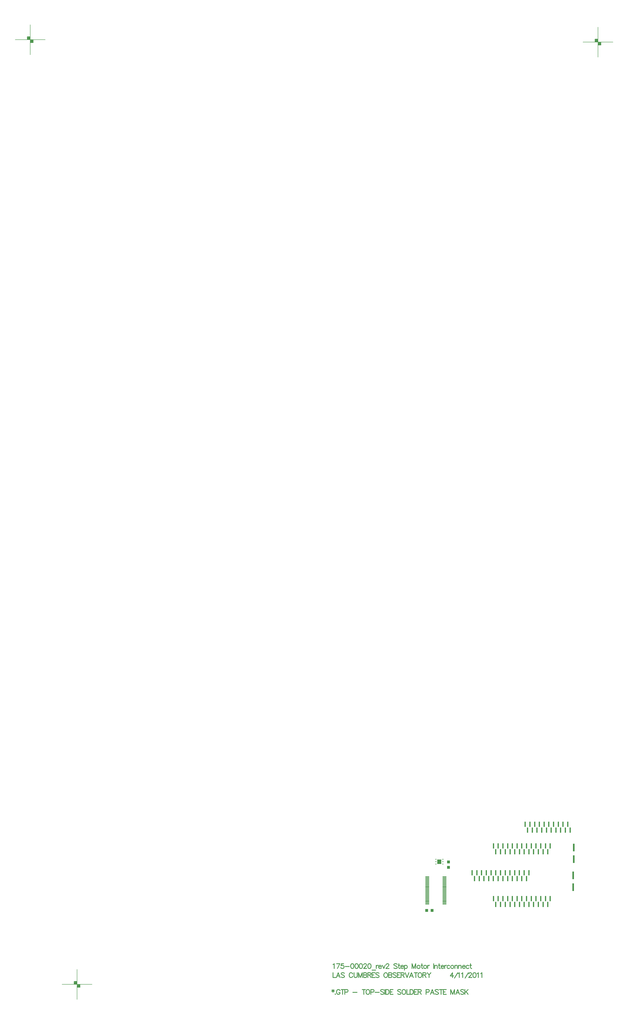
<source format=gtp>
%FSLAX23Y23*%
%MOIN*%
G70*
G01*
G75*
G04 Layer_Color=8421504*
%ADD10R,0.050X0.050*%
%ADD11R,0.022X0.085*%
%ADD12R,0.030X0.125*%
%ADD13O,0.069X0.012*%
%ADD14R,0.071X0.075*%
%ADD15O,0.024X0.010*%
%ADD16R,0.050X0.050*%
%ADD17C,0.010*%
%ADD18C,0.025*%
%ADD19C,0.030*%
%ADD20C,0.020*%
%ADD21C,0.005*%
%ADD22C,0.012*%
%ADD23C,0.008*%
%ADD24C,0.012*%
%ADD25C,0.012*%
%ADD26R,0.059X0.059*%
%ADD27C,0.059*%
%ADD28P,0.084X4X285.0*%
%ADD29C,0.047*%
%ADD30C,0.024*%
%ADD31R,0.059X0.059*%
%ADD32P,0.084X4X165.0*%
%ADD33C,0.134*%
%ADD34C,0.030*%
%ADD35C,0.050*%
%ADD36C,0.075*%
%ADD37C,0.010*%
%ADD38C,0.010*%
%ADD39C,0.024*%
%ADD40C,0.008*%
%ADD41C,0.007*%
%ADD42R,0.323X0.177*%
D10*
X40620Y20816D02*
D03*
X40710D02*
D03*
D11*
X42323Y21444D02*
D03*
X42244D02*
D03*
X42165D02*
D03*
X42283Y21347D02*
D03*
X42205D02*
D03*
X41378Y21444D02*
D03*
X41417Y21347D02*
D03*
X41457Y21444D02*
D03*
X41496Y21347D02*
D03*
X41535Y21444D02*
D03*
X41575Y21347D02*
D03*
X41614Y21444D02*
D03*
X41654Y21347D02*
D03*
X41693Y21444D02*
D03*
X41732Y21347D02*
D03*
X41772Y21444D02*
D03*
X41811Y21347D02*
D03*
X41850Y21444D02*
D03*
X41890Y21347D02*
D03*
X41929Y21444D02*
D03*
X41969Y21347D02*
D03*
X42008Y21444D02*
D03*
X42047Y21347D02*
D03*
X42087Y21444D02*
D03*
X42126Y21347D02*
D03*
X42261Y22249D02*
D03*
X42301Y22152D02*
D03*
X42340Y22249D02*
D03*
X42379Y22152D02*
D03*
X42419Y22249D02*
D03*
X42458Y22152D02*
D03*
X42498Y22249D02*
D03*
X42537Y22152D02*
D03*
X42576Y22249D02*
D03*
X42616Y22152D02*
D03*
X42655Y22249D02*
D03*
X42694Y22152D02*
D03*
X42734Y22249D02*
D03*
X42773Y22152D02*
D03*
X42813Y22249D02*
D03*
X42852Y22152D02*
D03*
X42891Y22249D02*
D03*
X42931Y22152D02*
D03*
X42970Y22249D02*
D03*
X43009Y22152D02*
D03*
X42678Y21889D02*
D03*
X42599D02*
D03*
X42520D02*
D03*
X42638Y21792D02*
D03*
X42560D02*
D03*
X41733Y21889D02*
D03*
X41772Y21792D02*
D03*
X41812Y21889D02*
D03*
X41851Y21792D02*
D03*
X41890Y21889D02*
D03*
X41930Y21792D02*
D03*
X41969Y21889D02*
D03*
X42009Y21792D02*
D03*
X42048Y21889D02*
D03*
X42087Y21792D02*
D03*
X42127Y21889D02*
D03*
X42166Y21792D02*
D03*
X42205Y21889D02*
D03*
X42245Y21792D02*
D03*
X42284Y21889D02*
D03*
X42324Y21792D02*
D03*
X42363Y21889D02*
D03*
X42402Y21792D02*
D03*
X42442Y21889D02*
D03*
X42481Y21792D02*
D03*
X42678Y21014D02*
D03*
X42599D02*
D03*
X42520D02*
D03*
X42638Y20917D02*
D03*
X42560D02*
D03*
X41733Y21014D02*
D03*
X41772Y20917D02*
D03*
X41812Y21014D02*
D03*
X41851Y20917D02*
D03*
X41890Y21014D02*
D03*
X41930Y20917D02*
D03*
X41969Y21014D02*
D03*
X42009Y20917D02*
D03*
X42048Y21014D02*
D03*
X42087Y20917D02*
D03*
X42127Y21014D02*
D03*
X42166Y20917D02*
D03*
X42205Y21014D02*
D03*
X42245Y20917D02*
D03*
X42284Y21014D02*
D03*
X42324Y20917D02*
D03*
X42363Y21014D02*
D03*
X42402Y20917D02*
D03*
X42442Y21014D02*
D03*
X42481Y20917D02*
D03*
D12*
X43070Y21668D02*
D03*
Y21864D02*
D03*
X43060Y21203D02*
D03*
Y21399D02*
D03*
D13*
X40917Y20922D02*
D03*
Y20942D02*
D03*
Y20962D02*
D03*
Y20981D02*
D03*
Y21001D02*
D03*
Y21021D02*
D03*
Y21040D02*
D03*
Y21060D02*
D03*
Y21080D02*
D03*
Y21099D02*
D03*
X40917Y21119D02*
D03*
X40917Y21139D02*
D03*
Y21158D02*
D03*
Y21178D02*
D03*
Y21198D02*
D03*
Y21217D02*
D03*
Y21237D02*
D03*
Y21257D02*
D03*
Y21276D02*
D03*
Y21296D02*
D03*
Y21316D02*
D03*
Y21336D02*
D03*
Y21355D02*
D03*
Y21375D02*
D03*
X40632Y20922D02*
D03*
Y20942D02*
D03*
Y20962D02*
D03*
Y20981D02*
D03*
Y21001D02*
D03*
Y21021D02*
D03*
Y21040D02*
D03*
Y21060D02*
D03*
Y21080D02*
D03*
Y21099D02*
D03*
Y21119D02*
D03*
Y21139D02*
D03*
Y21158D02*
D03*
Y21178D02*
D03*
Y21198D02*
D03*
Y21217D02*
D03*
Y21237D02*
D03*
Y21257D02*
D03*
Y21276D02*
D03*
Y21296D02*
D03*
Y21316D02*
D03*
Y21336D02*
D03*
Y21355D02*
D03*
Y21375D02*
D03*
D14*
X40832Y21626D02*
D03*
D15*
X40890Y21666D02*
D03*
Y21626D02*
D03*
Y21587D02*
D03*
X40775D02*
D03*
Y21626D02*
D03*
Y21666D02*
D03*
D16*
X40984Y21624D02*
D03*
Y21534D02*
D03*
D23*
X43223Y35265D02*
X43723D01*
X43473Y35015D02*
Y35515D01*
X43423Y35265D02*
Y35315D01*
X43473D01*
X43523Y35215D02*
Y35265D01*
X43473Y35215D02*
X43523D01*
X43478Y35260D02*
X43518D01*
Y35220D02*
Y35260D01*
X43478Y35220D02*
X43518D01*
X43478D02*
Y35260D01*
X43483Y35255D02*
X43513D01*
Y35225D02*
Y35255D01*
X43483Y35225D02*
X43513D01*
X43483D02*
Y35250D01*
X43488D02*
X43508D01*
Y35230D02*
Y35250D01*
X43488Y35230D02*
X43508D01*
X43488D02*
Y35245D01*
X43493D02*
X43503D01*
Y35235D02*
Y35245D01*
X43493Y35235D02*
X43503D01*
X43493D02*
Y35245D01*
Y35240D02*
X43503D01*
X43428Y35310D02*
X43468D01*
Y35270D02*
Y35310D01*
X43428Y35270D02*
X43468D01*
X43428D02*
Y35310D01*
X43433Y35305D02*
X43463D01*
Y35275D02*
Y35305D01*
X43433Y35275D02*
X43463D01*
X43433D02*
Y35300D01*
X43438D02*
X43458D01*
Y35280D02*
Y35300D01*
X43438Y35280D02*
X43458D01*
X43438D02*
Y35295D01*
X43443D02*
X43453D01*
Y35285D02*
Y35295D01*
X43443Y35285D02*
X43453D01*
X43443D02*
Y35295D01*
Y35290D02*
X43453D01*
X34548Y19586D02*
X35048D01*
X34798Y19336D02*
Y19836D01*
X34748Y19586D02*
Y19636D01*
X34798D01*
X34848Y19536D02*
Y19586D01*
X34798Y19536D02*
X34848D01*
X34803Y19581D02*
X34843D01*
Y19541D02*
Y19581D01*
X34803Y19541D02*
X34843D01*
X34803D02*
Y19581D01*
X34808Y19576D02*
X34838D01*
Y19546D02*
Y19576D01*
X34808Y19546D02*
X34838D01*
X34808D02*
Y19571D01*
X34813D02*
X34833D01*
Y19551D02*
Y19571D01*
X34813Y19551D02*
X34833D01*
X34813D02*
Y19566D01*
X34818D02*
X34828D01*
Y19556D02*
Y19566D01*
X34818Y19556D02*
X34828D01*
X34818D02*
Y19566D01*
Y19561D02*
X34828D01*
X34753Y19631D02*
X34793D01*
Y19591D02*
Y19631D01*
X34753Y19591D02*
X34793D01*
X34753D02*
Y19631D01*
X34758Y19626D02*
X34788D01*
Y19596D02*
Y19626D01*
X34758Y19596D02*
X34788D01*
X34758D02*
Y19621D01*
X34763D02*
X34783D01*
Y19601D02*
Y19621D01*
X34763Y19601D02*
X34783D01*
X34763D02*
Y19616D01*
X34768D02*
X34778D01*
Y19606D02*
Y19616D01*
X34768Y19606D02*
X34778D01*
X34768D02*
Y19616D01*
Y19611D02*
X34778D01*
X33767Y35306D02*
X34267D01*
X34017Y35056D02*
Y35556D01*
X33967Y35306D02*
Y35356D01*
X34017D01*
X34067Y35256D02*
Y35306D01*
X34017Y35256D02*
X34067D01*
X34022Y35301D02*
X34062D01*
Y35261D02*
Y35301D01*
X34022Y35261D02*
X34062D01*
X34022D02*
Y35301D01*
X34027Y35296D02*
X34057D01*
Y35266D02*
Y35296D01*
X34027Y35266D02*
X34057D01*
X34027D02*
Y35291D01*
X34032D02*
X34052D01*
Y35271D02*
Y35291D01*
X34032Y35271D02*
X34052D01*
X34032D02*
Y35286D01*
X34037D02*
X34047D01*
Y35276D02*
Y35286D01*
X34037Y35276D02*
X34047D01*
X34037D02*
Y35286D01*
Y35281D02*
X34047D01*
X33972Y35351D02*
X34012D01*
Y35311D02*
Y35351D01*
X33972Y35311D02*
X34012D01*
X33972D02*
Y35351D01*
X33977Y35346D02*
X34007D01*
Y35316D02*
Y35346D01*
X33977Y35316D02*
X34007D01*
X33977D02*
Y35341D01*
X33982D02*
X34002D01*
Y35321D02*
Y35341D01*
X33982Y35321D02*
X34002D01*
X33982D02*
Y35336D01*
X33987D02*
X33997D01*
Y35326D02*
Y35336D01*
X33987Y35326D02*
X33997D01*
X33987D02*
Y35336D01*
Y35331D02*
X33997D01*
D24*
X39060Y19499D02*
Y19453D01*
X39041Y19488D02*
X39079Y19465D01*
Y19488D02*
X39041Y19465D01*
X39099Y19427D02*
X39095Y19423D01*
X39099Y19419D01*
X39103Y19423D01*
X39099Y19427D01*
X39177Y19480D02*
X39173Y19488D01*
X39166Y19495D01*
X39158Y19499D01*
X39143D01*
X39135Y19495D01*
X39128Y19488D01*
X39124Y19480D01*
X39120Y19469D01*
Y19450D01*
X39124Y19438D01*
X39128Y19431D01*
X39135Y19423D01*
X39143Y19419D01*
X39158D01*
X39166Y19423D01*
X39173Y19431D01*
X39177Y19438D01*
Y19450D01*
X39158D02*
X39177D01*
X39222Y19499D02*
Y19419D01*
X39196Y19499D02*
X39249D01*
X39258Y19457D02*
X39293D01*
X39304Y19461D01*
X39308Y19465D01*
X39312Y19473D01*
Y19484D01*
X39308Y19492D01*
X39304Y19495D01*
X39293Y19499D01*
X39258D01*
Y19419D01*
X39392Y19453D02*
X39461D01*
X39574Y19499D02*
Y19419D01*
X39548Y19499D02*
X39601D01*
X39633D02*
X39626Y19495D01*
X39618Y19488D01*
X39614Y19480D01*
X39610Y19469D01*
Y19450D01*
X39614Y19438D01*
X39618Y19431D01*
X39626Y19423D01*
X39633Y19419D01*
X39648D01*
X39656Y19423D01*
X39664Y19431D01*
X39667Y19438D01*
X39671Y19450D01*
Y19469D01*
X39667Y19480D01*
X39664Y19488D01*
X39656Y19495D01*
X39648Y19499D01*
X39633D01*
X39690Y19457D02*
X39724D01*
X39736Y19461D01*
X39739Y19465D01*
X39743Y19473D01*
Y19484D01*
X39739Y19492D01*
X39736Y19495D01*
X39724Y19499D01*
X39690D01*
Y19419D01*
X39761Y19453D02*
X39830D01*
X39907Y19488D02*
X39899Y19495D01*
X39888Y19499D01*
X39872D01*
X39861Y19495D01*
X39853Y19488D01*
Y19480D01*
X39857Y19473D01*
X39861Y19469D01*
X39869Y19465D01*
X39891Y19457D01*
X39899Y19453D01*
X39903Y19450D01*
X39907Y19442D01*
Y19431D01*
X39899Y19423D01*
X39888Y19419D01*
X39872D01*
X39861Y19423D01*
X39853Y19431D01*
X39925Y19499D02*
Y19419D01*
X39941Y19499D02*
Y19419D01*
Y19499D02*
X39968D01*
X39979Y19495D01*
X39987Y19488D01*
X39991Y19480D01*
X39995Y19469D01*
Y19450D01*
X39991Y19438D01*
X39987Y19431D01*
X39979Y19423D01*
X39968Y19419D01*
X39941D01*
X40062Y19499D02*
X40013D01*
Y19419D01*
X40062D01*
X40013Y19461D02*
X40043D01*
X40192Y19488D02*
X40184Y19495D01*
X40173Y19499D01*
X40157D01*
X40146Y19495D01*
X40138Y19488D01*
Y19480D01*
X40142Y19473D01*
X40146Y19469D01*
X40153Y19465D01*
X40176Y19457D01*
X40184Y19453D01*
X40188Y19450D01*
X40192Y19442D01*
Y19431D01*
X40184Y19423D01*
X40173Y19419D01*
X40157D01*
X40146Y19423D01*
X40138Y19431D01*
X40232Y19499D02*
X40225Y19495D01*
X40217Y19488D01*
X40213Y19480D01*
X40209Y19469D01*
Y19450D01*
X40213Y19438D01*
X40217Y19431D01*
X40225Y19423D01*
X40232Y19419D01*
X40248D01*
X40255Y19423D01*
X40263Y19431D01*
X40267Y19438D01*
X40270Y19450D01*
Y19469D01*
X40267Y19480D01*
X40263Y19488D01*
X40255Y19495D01*
X40248Y19499D01*
X40232D01*
X40289D02*
Y19419D01*
X40335D01*
X40344Y19499D02*
Y19419D01*
Y19499D02*
X40370D01*
X40382Y19495D01*
X40389Y19488D01*
X40393Y19480D01*
X40397Y19469D01*
Y19450D01*
X40393Y19438D01*
X40389Y19431D01*
X40382Y19423D01*
X40370Y19419D01*
X40344D01*
X40464Y19499D02*
X40415D01*
Y19419D01*
X40464D01*
X40415Y19461D02*
X40445D01*
X40478Y19499D02*
Y19419D01*
Y19499D02*
X40512D01*
X40523Y19495D01*
X40527Y19492D01*
X40531Y19484D01*
Y19476D01*
X40527Y19469D01*
X40523Y19465D01*
X40512Y19461D01*
X40478D01*
X40504D02*
X40531Y19419D01*
X40612Y19457D02*
X40646D01*
X40657Y19461D01*
X40661Y19465D01*
X40665Y19473D01*
Y19484D01*
X40661Y19492D01*
X40657Y19495D01*
X40646Y19499D01*
X40612D01*
Y19419D01*
X40744D02*
X40713Y19499D01*
X40683Y19419D01*
X40694Y19446D02*
X40732D01*
X40816Y19488D02*
X40808Y19495D01*
X40797Y19499D01*
X40782D01*
X40770Y19495D01*
X40762Y19488D01*
Y19480D01*
X40766Y19473D01*
X40770Y19469D01*
X40778Y19465D01*
X40801Y19457D01*
X40808Y19453D01*
X40812Y19450D01*
X40816Y19442D01*
Y19431D01*
X40808Y19423D01*
X40797Y19419D01*
X40782D01*
X40770Y19423D01*
X40762Y19431D01*
X40860Y19499D02*
Y19419D01*
X40834Y19499D02*
X40887D01*
X40946D02*
X40897D01*
Y19419D01*
X40946D01*
X40897Y19461D02*
X40927D01*
X41022Y19499D02*
Y19419D01*
Y19499D02*
X41053Y19419D01*
X41083Y19499D02*
X41053Y19419D01*
X41083Y19499D02*
Y19419D01*
X41167D02*
X41136Y19499D01*
X41106Y19419D01*
X41117Y19446D02*
X41156D01*
X41239Y19488D02*
X41231Y19495D01*
X41220Y19499D01*
X41205D01*
X41193Y19495D01*
X41186Y19488D01*
Y19480D01*
X41189Y19473D01*
X41193Y19469D01*
X41201Y19465D01*
X41224Y19457D01*
X41231Y19453D01*
X41235Y19450D01*
X41239Y19442D01*
Y19431D01*
X41231Y19423D01*
X41220Y19419D01*
X41205D01*
X41193Y19423D01*
X41186Y19431D01*
X41257Y19499D02*
Y19419D01*
X41310Y19499D02*
X41257Y19446D01*
X41276Y19465D02*
X41310Y19419D01*
X39062Y19915D02*
X39069Y19918D01*
X39081Y19930D01*
Y19850D01*
X39174Y19930D02*
X39135Y19850D01*
X39120Y19930D02*
X39174D01*
X39237D02*
X39199D01*
X39195Y19895D01*
X39199Y19899D01*
X39211Y19903D01*
X39222D01*
X39233Y19899D01*
X39241Y19892D01*
X39245Y19880D01*
Y19873D01*
X39241Y19861D01*
X39233Y19854D01*
X39222Y19850D01*
X39211D01*
X39199Y19854D01*
X39195Y19857D01*
X39191Y19865D01*
X39263Y19884D02*
X39331D01*
X39378Y19930D02*
X39366Y19926D01*
X39359Y19915D01*
X39355Y19895D01*
Y19884D01*
X39359Y19865D01*
X39366Y19854D01*
X39378Y19850D01*
X39385D01*
X39397Y19854D01*
X39404Y19865D01*
X39408Y19884D01*
Y19895D01*
X39404Y19915D01*
X39397Y19926D01*
X39385Y19930D01*
X39378D01*
X39449D02*
X39438Y19926D01*
X39430Y19915D01*
X39426Y19895D01*
Y19884D01*
X39430Y19865D01*
X39438Y19854D01*
X39449Y19850D01*
X39457D01*
X39468Y19854D01*
X39476Y19865D01*
X39479Y19884D01*
Y19895D01*
X39476Y19915D01*
X39468Y19926D01*
X39457Y19930D01*
X39449D01*
X39520D02*
X39509Y19926D01*
X39501Y19915D01*
X39497Y19895D01*
Y19884D01*
X39501Y19865D01*
X39509Y19854D01*
X39520Y19850D01*
X39528D01*
X39539Y19854D01*
X39547Y19865D01*
X39551Y19884D01*
Y19895D01*
X39547Y19915D01*
X39539Y19926D01*
X39528Y19930D01*
X39520D01*
X39572Y19911D02*
Y19915D01*
X39576Y19922D01*
X39580Y19926D01*
X39588Y19930D01*
X39603D01*
X39610Y19926D01*
X39614Y19922D01*
X39618Y19915D01*
Y19907D01*
X39614Y19899D01*
X39607Y19888D01*
X39569Y19850D01*
X39622D01*
X39663Y19930D02*
X39651Y19926D01*
X39644Y19915D01*
X39640Y19895D01*
Y19884D01*
X39644Y19865D01*
X39651Y19854D01*
X39663Y19850D01*
X39670D01*
X39682Y19854D01*
X39689Y19865D01*
X39693Y19884D01*
Y19895D01*
X39689Y19915D01*
X39682Y19926D01*
X39670Y19930D01*
X39663D01*
X39711Y19823D02*
X39772D01*
X39782Y19903D02*
Y19850D01*
Y19880D02*
X39786Y19892D01*
X39794Y19899D01*
X39801Y19903D01*
X39813D01*
X39820Y19880D02*
X39866D01*
Y19888D01*
X39862Y19895D01*
X39858Y19899D01*
X39850Y19903D01*
X39839D01*
X39831Y19899D01*
X39824Y19892D01*
X39820Y19880D01*
Y19873D01*
X39824Y19861D01*
X39831Y19854D01*
X39839Y19850D01*
X39850D01*
X39858Y19854D01*
X39866Y19861D01*
X39883Y19903D02*
X39906Y19850D01*
X39928Y19903D02*
X39906Y19850D01*
X39945Y19911D02*
Y19915D01*
X39949Y19922D01*
X39953Y19926D01*
X39960Y19930D01*
X39976D01*
X39983Y19926D01*
X39987Y19922D01*
X39991Y19915D01*
Y19907D01*
X39987Y19899D01*
X39979Y19888D01*
X39941Y19850D01*
X39995D01*
X40129Y19918D02*
X40121Y19926D01*
X40110Y19930D01*
X40095D01*
X40083Y19926D01*
X40075Y19918D01*
Y19911D01*
X40079Y19903D01*
X40083Y19899D01*
X40091Y19895D01*
X40114Y19888D01*
X40121Y19884D01*
X40125Y19880D01*
X40129Y19873D01*
Y19861D01*
X40121Y19854D01*
X40110Y19850D01*
X40095D01*
X40083Y19854D01*
X40075Y19861D01*
X40158Y19930D02*
Y19865D01*
X40162Y19854D01*
X40170Y19850D01*
X40177D01*
X40147Y19903D02*
X40173D01*
X40189Y19880D02*
X40234D01*
Y19888D01*
X40230Y19895D01*
X40227Y19899D01*
X40219Y19903D01*
X40208D01*
X40200Y19899D01*
X40192Y19892D01*
X40189Y19880D01*
Y19873D01*
X40192Y19861D01*
X40200Y19854D01*
X40208Y19850D01*
X40219D01*
X40227Y19854D01*
X40234Y19861D01*
X40251Y19903D02*
Y19823D01*
Y19892D02*
X40259Y19899D01*
X40267Y19903D01*
X40278D01*
X40286Y19899D01*
X40293Y19892D01*
X40297Y19880D01*
Y19873D01*
X40293Y19861D01*
X40286Y19854D01*
X40278Y19850D01*
X40267D01*
X40259Y19854D01*
X40251Y19861D01*
X40377Y19930D02*
Y19850D01*
Y19930D02*
X40408Y19850D01*
X40438Y19930D02*
X40408Y19850D01*
X40438Y19930D02*
Y19850D01*
X40480Y19903D02*
X40472Y19899D01*
X40465Y19892D01*
X40461Y19880D01*
Y19873D01*
X40465Y19861D01*
X40472Y19854D01*
X40480Y19850D01*
X40491D01*
X40499Y19854D01*
X40507Y19861D01*
X40510Y19873D01*
Y19880D01*
X40507Y19892D01*
X40499Y19899D01*
X40491Y19903D01*
X40480D01*
X40539Y19930D02*
Y19865D01*
X40543Y19854D01*
X40551Y19850D01*
X40558D01*
X40528Y19903D02*
X40555D01*
X40589D02*
X40581Y19899D01*
X40574Y19892D01*
X40570Y19880D01*
Y19873D01*
X40574Y19861D01*
X40581Y19854D01*
X40589Y19850D01*
X40600D01*
X40608Y19854D01*
X40616Y19861D01*
X40619Y19873D01*
Y19880D01*
X40616Y19892D01*
X40608Y19899D01*
X40600Y19903D01*
X40589D01*
X40637D02*
Y19850D01*
Y19880D02*
X40641Y19892D01*
X40648Y19899D01*
X40656Y19903D01*
X40667D01*
X40737Y19930D02*
Y19850D01*
X40754Y19903D02*
Y19850D01*
Y19888D02*
X40766Y19899D01*
X40773Y19903D01*
X40785D01*
X40792Y19899D01*
X40796Y19888D01*
Y19850D01*
X40828Y19930D02*
Y19865D01*
X40832Y19854D01*
X40840Y19850D01*
X40848D01*
X40817Y19903D02*
X40844D01*
X40859Y19880D02*
X40905D01*
Y19888D01*
X40901Y19895D01*
X40897Y19899D01*
X40889Y19903D01*
X40878D01*
X40870Y19899D01*
X40863Y19892D01*
X40859Y19880D01*
Y19873D01*
X40863Y19861D01*
X40870Y19854D01*
X40878Y19850D01*
X40889D01*
X40897Y19854D01*
X40905Y19861D01*
X40922Y19903D02*
Y19850D01*
Y19880D02*
X40926Y19892D01*
X40933Y19899D01*
X40941Y19903D01*
X40952D01*
X41005Y19892D02*
X40998Y19899D01*
X40990Y19903D01*
X40979D01*
X40971Y19899D01*
X40963Y19892D01*
X40959Y19880D01*
Y19873D01*
X40963Y19861D01*
X40971Y19854D01*
X40979Y19850D01*
X40990D01*
X40998Y19854D01*
X41005Y19861D01*
X41041Y19903D02*
X41034Y19899D01*
X41026Y19892D01*
X41022Y19880D01*
Y19873D01*
X41026Y19861D01*
X41034Y19854D01*
X41041Y19850D01*
X41053D01*
X41060Y19854D01*
X41068Y19861D01*
X41072Y19873D01*
Y19880D01*
X41068Y19892D01*
X41060Y19899D01*
X41053Y19903D01*
X41041D01*
X41089D02*
Y19850D01*
Y19888D02*
X41101Y19899D01*
X41108Y19903D01*
X41120D01*
X41127Y19899D01*
X41131Y19888D01*
Y19850D01*
X41152Y19903D02*
Y19850D01*
Y19888D02*
X41164Y19899D01*
X41171Y19903D01*
X41183D01*
X41190Y19899D01*
X41194Y19888D01*
Y19850D01*
X41215Y19880D02*
X41261D01*
Y19888D01*
X41257Y19895D01*
X41253Y19899D01*
X41246Y19903D01*
X41234D01*
X41226Y19899D01*
X41219Y19892D01*
X41215Y19880D01*
Y19873D01*
X41219Y19861D01*
X41226Y19854D01*
X41234Y19850D01*
X41246D01*
X41253Y19854D01*
X41261Y19861D01*
X41324Y19892D02*
X41316Y19899D01*
X41308Y19903D01*
X41297D01*
X41289Y19899D01*
X41282Y19892D01*
X41278Y19880D01*
Y19873D01*
X41282Y19861D01*
X41289Y19854D01*
X41297Y19850D01*
X41308D01*
X41316Y19854D01*
X41324Y19861D01*
X41352Y19930D02*
Y19865D01*
X41356Y19854D01*
X41364Y19850D01*
X41371D01*
X41341Y19903D02*
X41367D01*
D25*
X39062Y19780D02*
Y19700D01*
X39107D01*
X39177D02*
X39147Y19780D01*
X39116Y19700D01*
X39127Y19726D02*
X39166D01*
X39249Y19768D02*
X39241Y19776D01*
X39230Y19780D01*
X39215D01*
X39203Y19776D01*
X39196Y19768D01*
Y19761D01*
X39199Y19753D01*
X39203Y19749D01*
X39211Y19745D01*
X39234Y19738D01*
X39241Y19734D01*
X39245Y19730D01*
X39249Y19723D01*
Y19711D01*
X39241Y19704D01*
X39230Y19700D01*
X39215D01*
X39203Y19704D01*
X39196Y19711D01*
X39387Y19761D02*
X39383Y19768D01*
X39375Y19776D01*
X39368Y19780D01*
X39353D01*
X39345Y19776D01*
X39337Y19768D01*
X39334Y19761D01*
X39330Y19749D01*
Y19730D01*
X39334Y19719D01*
X39337Y19711D01*
X39345Y19704D01*
X39353Y19700D01*
X39368D01*
X39375Y19704D01*
X39383Y19711D01*
X39387Y19719D01*
X39409Y19780D02*
Y19723D01*
X39413Y19711D01*
X39421Y19704D01*
X39432Y19700D01*
X39440D01*
X39451Y19704D01*
X39459Y19711D01*
X39463Y19723D01*
Y19780D01*
X39485D02*
Y19700D01*
Y19780D02*
X39515Y19700D01*
X39546Y19780D02*
X39515Y19700D01*
X39546Y19780D02*
Y19700D01*
X39569Y19780D02*
Y19700D01*
Y19780D02*
X39603D01*
X39614Y19776D01*
X39618Y19772D01*
X39622Y19764D01*
Y19757D01*
X39618Y19749D01*
X39614Y19745D01*
X39603Y19742D01*
X39569D02*
X39603D01*
X39614Y19738D01*
X39618Y19734D01*
X39622Y19726D01*
Y19715D01*
X39618Y19707D01*
X39614Y19704D01*
X39603Y19700D01*
X39569D01*
X39640Y19780D02*
Y19700D01*
Y19780D02*
X39674D01*
X39685Y19776D01*
X39689Y19772D01*
X39693Y19764D01*
Y19757D01*
X39689Y19749D01*
X39685Y19745D01*
X39674Y19742D01*
X39640D01*
X39666D02*
X39693Y19700D01*
X39760Y19780D02*
X39711D01*
Y19700D01*
X39760D01*
X39711Y19742D02*
X39741D01*
X39827Y19768D02*
X39820Y19776D01*
X39808Y19780D01*
X39793D01*
X39781Y19776D01*
X39774Y19768D01*
Y19761D01*
X39778Y19753D01*
X39781Y19749D01*
X39789Y19745D01*
X39812Y19738D01*
X39820Y19734D01*
X39823Y19730D01*
X39827Y19723D01*
Y19711D01*
X39820Y19704D01*
X39808Y19700D01*
X39793D01*
X39781Y19704D01*
X39774Y19711D01*
X39931Y19780D02*
X39923Y19776D01*
X39916Y19768D01*
X39912Y19761D01*
X39908Y19749D01*
Y19730D01*
X39912Y19719D01*
X39916Y19711D01*
X39923Y19704D01*
X39931Y19700D01*
X39946D01*
X39954Y19704D01*
X39961Y19711D01*
X39965Y19719D01*
X39969Y19730D01*
Y19749D01*
X39965Y19761D01*
X39961Y19768D01*
X39954Y19776D01*
X39946Y19780D01*
X39931D01*
X39987D02*
Y19700D01*
Y19780D02*
X40022D01*
X40033Y19776D01*
X40037Y19772D01*
X40041Y19764D01*
Y19757D01*
X40037Y19749D01*
X40033Y19745D01*
X40022Y19742D01*
X39987D02*
X40022D01*
X40033Y19738D01*
X40037Y19734D01*
X40041Y19726D01*
Y19715D01*
X40037Y19707D01*
X40033Y19704D01*
X40022Y19700D01*
X39987D01*
X40112Y19768D02*
X40104Y19776D01*
X40093Y19780D01*
X40078D01*
X40066Y19776D01*
X40059Y19768D01*
Y19761D01*
X40063Y19753D01*
X40066Y19749D01*
X40074Y19745D01*
X40097Y19738D01*
X40104Y19734D01*
X40108Y19730D01*
X40112Y19723D01*
Y19711D01*
X40104Y19704D01*
X40093Y19700D01*
X40078D01*
X40066Y19704D01*
X40059Y19711D01*
X40179Y19780D02*
X40130D01*
Y19700D01*
X40179D01*
X40130Y19742D02*
X40160D01*
X40193Y19780D02*
Y19700D01*
Y19780D02*
X40227D01*
X40238Y19776D01*
X40242Y19772D01*
X40246Y19764D01*
Y19757D01*
X40242Y19749D01*
X40238Y19745D01*
X40227Y19742D01*
X40193D01*
X40219D02*
X40246Y19700D01*
X40264Y19780D02*
X40294Y19700D01*
X40325Y19780D02*
X40294Y19700D01*
X40396D02*
X40366Y19780D01*
X40335Y19700D01*
X40347Y19726D02*
X40385D01*
X40441Y19780D02*
Y19700D01*
X40415Y19780D02*
X40468D01*
X40501D02*
X40493Y19776D01*
X40485Y19768D01*
X40481Y19761D01*
X40478Y19749D01*
Y19730D01*
X40481Y19719D01*
X40485Y19711D01*
X40493Y19704D01*
X40501Y19700D01*
X40516D01*
X40523Y19704D01*
X40531Y19711D01*
X40535Y19719D01*
X40539Y19730D01*
Y19749D01*
X40535Y19761D01*
X40531Y19768D01*
X40523Y19776D01*
X40516Y19780D01*
X40501D01*
X40557D02*
Y19700D01*
Y19780D02*
X40592D01*
X40603Y19776D01*
X40607Y19772D01*
X40611Y19764D01*
Y19757D01*
X40607Y19749D01*
X40603Y19745D01*
X40592Y19742D01*
X40557D01*
X40584D02*
X40611Y19700D01*
X40629Y19780D02*
X40659Y19742D01*
Y19700D01*
X40689Y19780D02*
X40659Y19742D01*
X41052Y19780D02*
X41014Y19726D01*
X41071D01*
X41052Y19780D02*
Y19700D01*
X41085Y19688D02*
X41138Y19780D01*
X41144Y19764D02*
X41151Y19768D01*
X41163Y19780D01*
Y19700D01*
X41202Y19764D02*
X41210Y19768D01*
X41222Y19780D01*
Y19700D01*
X41261Y19688D02*
X41314Y19780D01*
X41324Y19761D02*
Y19764D01*
X41327Y19772D01*
X41331Y19776D01*
X41339Y19780D01*
X41354D01*
X41362Y19776D01*
X41365Y19772D01*
X41369Y19764D01*
Y19757D01*
X41365Y19749D01*
X41358Y19738D01*
X41320Y19700D01*
X41373D01*
X41414Y19780D02*
X41402Y19776D01*
X41395Y19764D01*
X41391Y19745D01*
Y19734D01*
X41395Y19715D01*
X41402Y19704D01*
X41414Y19700D01*
X41421D01*
X41433Y19704D01*
X41441Y19715D01*
X41444Y19734D01*
Y19745D01*
X41441Y19764D01*
X41433Y19776D01*
X41421Y19780D01*
X41414D01*
X41462Y19764D02*
X41470Y19768D01*
X41481Y19780D01*
Y19700D01*
X41521Y19764D02*
X41528Y19768D01*
X41540Y19780D01*
Y19700D01*
M02*

</source>
